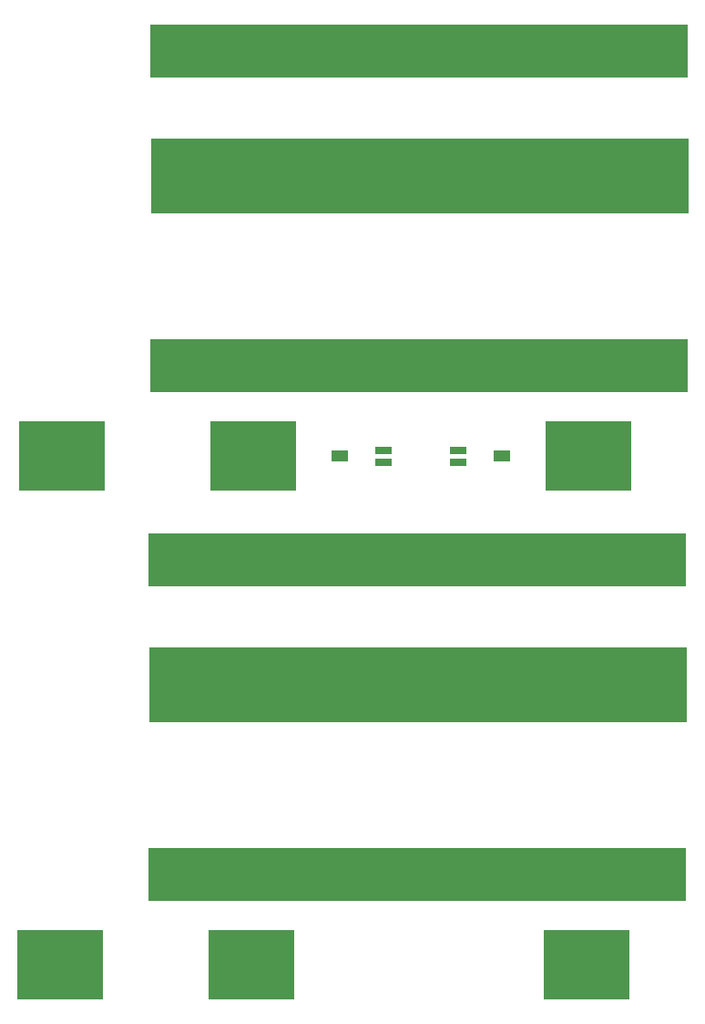
<source format=gtp>
G04 Layer_Color=8421504*
%FSLAX25Y25*%
%MOIN*%
G70*
G01*
G75*
%ADD10R,0.06299X0.03937*%
%ADD11R,0.06299X0.03150*%
%ADD12R,0.31496X0.25590*%
%ADD13R,1.96850X0.19685*%
%ADD14R,1.96850X0.27559*%
D10*
X192724Y199350D02*
D03*
X133673D02*
D03*
D11*
X176976Y201516D02*
D03*
Y197185D02*
D03*
X149421D02*
D03*
Y201516D02*
D03*
D12*
X224008Y13551D02*
D03*
X101272D02*
D03*
X31095D02*
D03*
X31772Y199551D02*
D03*
X101949D02*
D03*
X224685D02*
D03*
D13*
X161990Y46582D02*
D03*
Y161382D02*
D03*
X162667Y347382D02*
D03*
Y232582D02*
D03*
D14*
X162092Y115882D02*
D03*
X162770Y301882D02*
D03*
M02*

</source>
